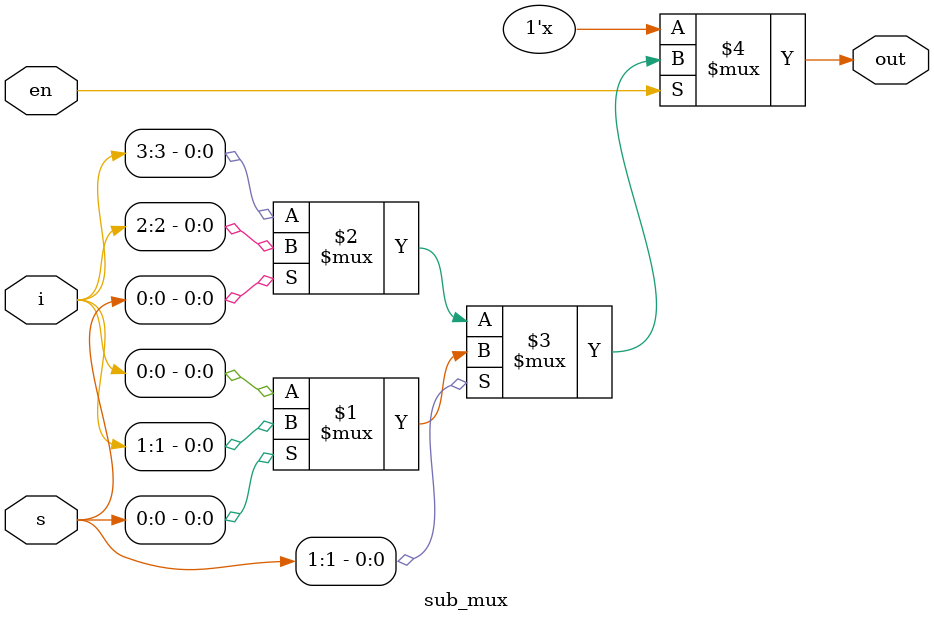
<source format=v>
`timescale 1ns / 1ps
module sub_mux(input [3:0] i,
					input [1:0] s,
					input en,
					output out);

assign out = en ? (s[1] ? (s[0] ? i[1] : i[0]) : (s[0] ? i[2] : i[3])) : 1'bz;
endmodule

</source>
